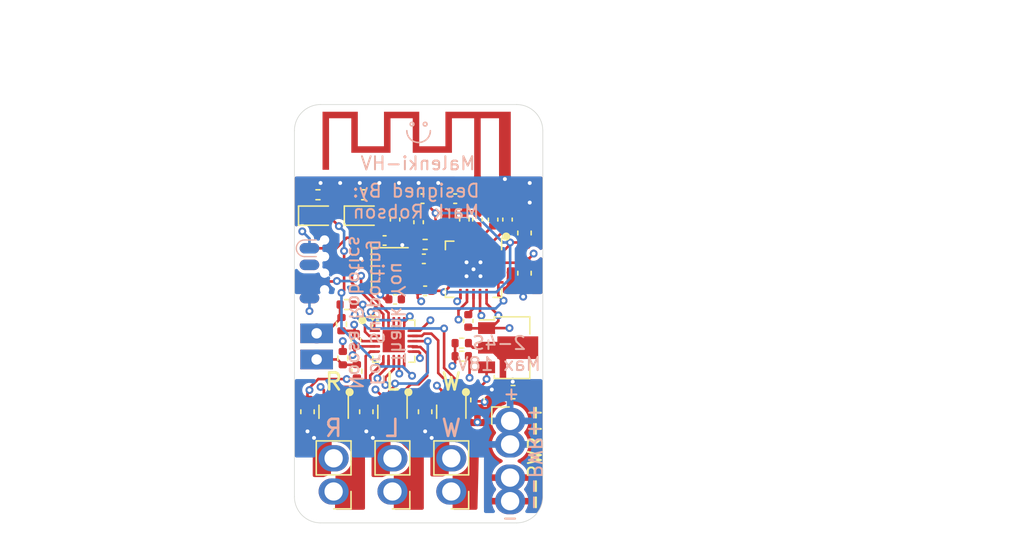
<source format=kicad_pcb>
(kicad_pcb (version 20241229) (generator "pcbnew") (generator_version "9.0")
  (title_block (title "Malenki-HV") (date "2022-12-09"))
  (layers (0 "F.Cu" signal) (4 "In1.Cu" signal) (6 "In2.Cu" signal) (2 "B.Cu" signal) (13 "F.Paste" user) (15 "B.Paste" user) (5 "F.SilkS" user "F.Silkscreen") (7 "B.SilkS" user "B.Silkscreen") (1 "F.Mask" user) (3 "B.Mask" user) (25 "Edge.Cuts" user))
  (net 0 "")
  (net 1 "GND")
  (net 2 "/radio/ANT")
  (net 3 "VBAT")
  (net 4 "/radio/IMPMATCH")
  (net 5 "/radio/RFI")
  (net 6 "/radio/RFO")
  (net 7 "/radio/REGOA")
  (net 8 "/radio/VDA2")
  (net 9 "Net-(U1-XO)")
  (net 10 "Net-(U1-XI)")
  (net 11 "Net-(U1-RSSI)")
  (net 12 "Net-(U1-BPBG)")
  (net 13 "Net-(U1-VT)")
  (net 14 "Net-(C19-Pad1)")
  (net 15 "VLOGIC")
  (net 16 "Net-(U1-VDD_D)")
  (net 17 "TXDEBUG")
  (net 18 "Net-(D1-K)")
  (net 19 "UPDI")
  (net 20 "Net-(D2-K)")
  (net 23 "WEAPON2")
  (net 24 "WEAPON3")
  (net 25 "/motor_driver_1_weapon/MOUT1")
  (net 26 "/motor_driver_1_weapon/MOUT2")
  (net 27 "/motor_driver_2_left/MOUT1")
  (net 28 "/motor_driver_2_left/MOUT2")
  (net 29 "/motor_driver_3_right/MOUT1")
  (net 30 "/motor_driver_3_right/MOUT2")
  (net 33 "VSENSE")
  (net 35 "/W2")
  (net 36 "GIO1")
  (net 37 "SPI_SDIO")
  (net 38 "SPI_SCK")
  (net 39 "SPI_SCS")
  (net 41 "MOTOR1R")
  (net 42 "MOTOR2R")
  (net 43 "MOTOR2F")
  (net 44 "BLINKY")
  (net 45 "MOTOR3F")
  (net 46 "MOTOR3R")
  (net 47 "MOTOR1F")
  (net 48 "/W3")
  (footprint "Capacitor_SMD:C_0603_1608Metric" (layer "F.Cu") (at 98 73 90)
    (property "Reference" "C1" (hide yes))
    (property "Value" "10uF 25V" (hide yes))
  )
  (footprint "Resistor_SMD:R_0402_1005Metric" (layer "F.Cu") (at 100.8 68.75)
    (property "Reference" "R4" (hide yes))
    (property "Value" "10kΩ")
  )
  (footprint "Capacitor_SMD:C_0402_1005Metric" (layer "F.Cu") (at 95.7 64.4 180)
    (property "Reference" "C14" (hide yes))
    (property "Value" "10pF")
  )
  (footprint "Resistor_SMD:R_0402_1005Metric" (layer "F.Cu") (at 93.3 56.4)
    (property "Reference" "R2" (hide yes))
    (property "Value" "1kΩ")
  )
  (footprint "Package_DFN_QFN:VQFN-20-1EP_3x3mm_P0.4mm_EP1.7x1.7mm" (layer "F.Cu") (at 95.6 67.6)
    (property "Reference" "U3" (hide yes))
    (property "Value" "ATTiny1616-MNR")
  )
  (footprint "Capacitor_SMD:C_0402_1005Metric" (layer "F.Cu") (at 94.9 59.9)
    (property "Reference" "C15" (hide yes))
    (property "Value" "10pF")
  )
  (footprint "malenki-nano:wirepad_2" (layer "F.Cu") (at 89.7 68 -90)
    (property "Reference" "J3" (hide yes))
    (property "Value" "Conn_01x02" (hide yes))
  )
  (footprint "Inductor_SMD:L_0402_1005Metric" (layer "F.Cu") (at 99.3 58.9 180)
    (property "Reference" "L3" (hide yes))
    (property "Value" "4.7nH")
  )
  (footprint "LED_SMD:LED_0603_1608Metric" (layer "F.Cu") (at 93.3 58)
    (property "Reference" "D2" (hide yes))
    (property "Value" "LED Red")
  )
  (footprint "Capacitor_SMD:C_0402_1005Metric" (layer "F.Cu") (at 92.7 67.5 90)
    (property "Reference" "C4" (hide yes))
    (property "Value" "100nF")
  )
  (footprint "Capacitor_SMD:C_0402_1005Metric" (layer "F.Cu") (at 103.2 58.3 90)
    (property "Reference" "C17" (hide yes))
    (property "Value" "100nF")
  )
  (footprint "Inductor_SMD:L_0402_1005Metric" (layer "F.Cu") (at 103.7 56.7)
    (property "Reference" "L2" (hide yes))
    (property "Value" "4.7nH")
  )
  (footprint "malenki-nano:malenkipower" (layer "F.Cu") (at 104.5 75.5)
    (property "Reference" "J1" (hide yes))
    (property "Value" "Conn_01x02_Male-Connector")
  )
  (footprint "Capacitor_SMD:C_0603_1608Metric" (layer "F.Cu") (at 93.5 73 90)
    (property "Reference" "C5" (hide yes))
    (property "Value" "10uF 25V" (hide yes))
  )
  (footprint "Resistor_SMD:R_0402_1005Metric" (layer "F.Cu") (at 92 64.8)
    (property "Reference" "R6" (hide yes))
    (property "Value" "470Ω")
  )
  (footprint "Capacitor_SMD:C_0402_1005Metric" (layer "F.Cu") (at 101 58.3 -90)
    (property "Reference" "C11" (hide yes))
    (property "Value" "10pF")
  )
  (footprint "Capacitor_SMD:C_0402_1005Metric" (layer "F.Cu") (at 104.3 58.3 90)
    (property "Reference" "C16" (hide yes))
    (property "Value" "100nF")
  )
  (footprint "Resistor_SMD:R_0402_1005Metric" (layer "F.Cu") (at 91.6 66.3 -90)
    (property "Reference" "R8" (hide yes))
    (property "Value" "10kΩ")
  )
  (footprint "Inductor_SMD:L_0402_1005Metric" (layer "F.Cu") (at 101.4 55.7 180)
    (property "Reference" "L1" (hide yes))
    (property "Value" "2.7 nH")
  )
  (footprint "malenki-nano:PinHeader_1x02_P2.54mm_BIG1" (layer "F.Cu") (at 100 79.1 180)
    (property "Reference" "J4" (hide yes))
    (property "Value" "Conn_01x02_Male-Connector" (hide yes))
  )
  (footprint "Capacitor_SMD:C_0402_1005Metric" (layer "F.Cu") (at 98 63.75 180)
    (property "Reference" "C22" (hide yes))
    (property "Value" "100nF")
  )
  (footprint "Capacitor_SMD:C_0402_1005Metric" (layer "F.Cu") (at 97.5 58.5 90)
    (property "Reference" "C13" (hide yes))
    (property "Value" "100nF")
  )
  (footprint "Capacitor_SMD:C_0603_1608Metric" (layer "F.Cu") (at 102 72.1 -90)
    (property "Reference" "C3" (hide yes))
    (property "Value" "10uF 25V" (hide yes))
  )
  (footprint "Capacitor_SMD:C_0603_1608Metric" (layer "F.Cu") (at 89 73 90)
    (property "Reference" "C6" (hide yes))
    (property "Value" "10uF 25V" (hide yes))
  )
  (footprint "Resistor_SMD:R_0402_1005Metric" (layer "F.Cu") (at 92.775 69.9 -90)
    (property "Reference" "R7" (hide yes))
    (property "Value" "10kΩ")
  )
  (footprint "Package_SON:WSON-8-1EP_2x2mm_P0.5mm_EP0.9x1.6mm" (layer "F.Cu") (at 100 73 -90)
    (property "Reference" "U4" (hide yes))
    (property "Value" "DRV8231DSGR")
  )
  (footprint "Capacitor_SMD:C_0603_1608Metric" (layer "F.Cu") (at 104.725 71.5)
    (property "Reference" "C2" (hide yes))
    (property "Value" "10uF 25V" (hide yes))
  )
  (footprint "malenki-nano:malenki_antenna" (layer "F.Cu") (at 102 55.2)
    (property "Reference" "AE1" (hide yes))
    (property "Value" "~" (hide yes))
  )
  (footprint "Capacitor_SMD:C_0603_1608Metric" (layer "F.Cu") (at 105.6 59.325 90)
    (property "Reference" "C20" (hide yes))
    (property "Value" "2.2uF" (hide yes))
  )
  (footprint "Capacitor_SMD:C_0402_1005Metric" (layer "F.Cu") (at 97.8 56.7 180)
    (property "Reference" "C12" (hide yes))
    (property "Value" "100nF")
  )
  (footprint "Capacitor_SMD:C_0402_1005Metric" (layer "F.Cu") (at 101.3 66.05 -90)
    (property "Reference" "C23" (hide yes))
    (property "Value" "100nF")
  )
  (footprint "Resistor_SMD:R_0402_1005Metric" (layer "F.Cu") (at 98 60.2)
    (property "Reference" "R25" (hide yes))
    (property "Value" "200Ω")
  )
  (footprint "Capacitor_SMD:C_0603_1608Metric" (layer "F.Cu") (at 105.6 62.4 -90)
    (property "Reference" "C21" (hide yes))
    (property "Value" "2.2uF" (hide yes))
  )
  (footprint "Resistor_SMD:R_0402_1005Metric" (layer "F.Cu") (at 91.7 68.9 90)
    (property "Reference" "R5" (hide yes))
    (property "Value" "470Ω")
  )
  (footprint "Capacitor_SMD:C_0402_1005Metric" (layer "F.Cu") (at 102 58.3 -90)
    (property "Reference" "C10" (hide yes))
    (property "Value" "22pF")
  )
  (footprint "Capacitor_SMD:C_0402_1005Metric" (layer "F.Cu") (at 97.9 61.3)
    (property "Reference" "C18" (hide yes))
    (property "Value" "560pF")
  )
  (footprint "Package_SON:WSON-8-1EP_2x2mm_P0.5mm_EP0.9x1.6mm" (layer "F.Cu") (at 95.5 73 -90)
    (property "Reference" "U5" (hide yes))
    (property "Value" "DRV8231DSGR")
  )
  (footprint "Capacitor_SMD:C_0402_1005Metric" (layer "F.Cu") (at 100.3 56.7 180)
    (property "Reference" "C9" (hide yes))
    (property "Value" "1pF")
  )
  (footprint "Resistor_SMD:R_0402_1005Metric" (layer "F.Cu") (at 100.8 67.75 180)
    (property "Reference" "R3" (hide yes))
    (property "Value" "100kΩ")
  )
  (footprint "Resistor_SMD:R_0402_1005Metric" (layer "F.Cu") (at 89.8 56.4)
    (property "Reference" "R1" (hide yes))
    (property "Value" "470Ω")
  )
  (footprint "malenki-nano:PinHeader_1x02_P2.54mm_BIG1" (layer "F.Cu") (at 91 79.1 180)
    (property "Reference" "J6" (hide yes))
    (property "Value" "Conn_01x02_Male-Connector" (hide yes))
  )
  (footprint "Capacitor_SMD:C_0402_1005Metric" (layer "F.Cu") (at 95.7 58.3 90)
    (property "Reference" "C19" (hide yes))
    (property "Value" "10nF")
  )
  (footprint "Crystal:Crystal_SMD_2520-4Pin_2.5x2.0mm" (layer "F.Cu") (at 95.3 62.1 -90)
    (property "Reference" "Y1" (hide yes))
    (property "Value" "16mhz Seiko Epson Q24FA20H0051200" (hide yes))
  )
  (footprint "Package_TO_SOT_SMD:SOT-89-3" (layer "F.Cu") (at 104.35 68.1)
    (property "Reference" "U2" (hide yes))
    (property "Value" "300mA Fixed 3.3V Positive 24V SOT-89 Voltage Regulators - Linear, Low Drop Out (LDO) Regulators")
  )
  (footprint "malenki-nano:PinHeader_1x02_P2.54mm_BIG1" (layer "F.Cu") (at 95.5 79.1 180)
    (property "Reference" "J5" (hide yes))
    (property "Value" "Conn_01x02_Male-Connector" (hide yes))
  )
  (footprint "Package_SON:WSON-8-1EP_2x2mm_P0.5mm_EP0.9x1.6mm" (layer "F.Cu") (at 91 73 -90)
    (property "Reference" "U6" (hide yes))
    (property "Value" "DRV8231DSGR")
  )
  (footprint "LED_SMD:LED_0603_1608Metric" (layer "F.Cu") (at 89.8 58)
    (property "Reference" "D1" (hide yes))
    (property "Value" "LED Blue")
  )
  (footprint "malenki-nano:a7105-QFN-20" (layer "F.Cu") (at 101.7 62.1 -90)
    (property "Reference" "U1" (hide yes))
    (property "Value" "A7105" (hide yes))
  )
  (footprint "malenki-nano:SOIC_clipProgSmall" (layer "B.Cu") (at 88.4 62.4 90)
    (property "Reference" "J2" (hide yes))
    (property "Value" "Conn_01x08_Male" (hide yes))
  )
  (gr_circle (center 101.12 71.5) (end 101.37 71.5) (stroke (width 0.12)) (fill yes) (layer "F.SilkS"))
  (gr_circle (center 93.2 66) (end 93.45 66) (stroke (width 0.12)) (fill yes) (layer "F.SilkS"))
  (gr_circle (center 96.72 71.5) (end 96.97 71.5) (stroke (width 0.12)) (fill yes) (layer "F.SilkS"))
  (gr_circle (center 92.22 71.5) (end 92.47 71.5) (stroke (width 0.12)) (fill yes) (layer "F.SilkS"))
  (gr_circle (center 104.2 59.6) (end 104.45 59.6) (stroke (width 0.12)) (fill yes) (layer "F.SilkS"))
  (gr_circle (center 97 51) (end 97.1 51.1) (stroke (width 0.12)) (fill no) (layer "B.SilkS"))
  (gr_circle (center 98 51) (end 98.1 51.1) (stroke (width 0.12)) (fill no) (layer "B.SilkS"))
  (gr_arc (start 98.4 51.5) (mid 97.5 52.4) (end 96.6 51.5) (stroke (width 0.12)) (layer "B.SilkS"))
  (gr_arc (start 88 51.5) (mid 88.585786 50.085786) (end 90 49.5) (stroke (width 0.05)) (layer "Edge.Cuts"))
  (gr_line (start 90 49.5) (end 105 49.5) (stroke (width 0.05)) (layer "Edge.Cuts"))
  (gr_arc (start 90 81.5) (mid 88.585786 80.914214) (end 88 79.5) (stroke (width 0.05)) (layer "Edge.Cuts"))
  (gr_line (start 88 79.5) (end 88 51.5) (stroke (width 0.05)) (layer "Edge.Cuts"))
  (gr_line (start 105 81.5) (end 90 81.5) (stroke (width 0.05)) (layer "Edge.Cuts"))
  (gr_arc (start 107 79.5) (mid 106.414214 80.914214) (end 105 81.5) (stroke (width 0.05)) (layer "Edge.Cuts"))
  (gr_line (start 107 51.5) (end 107 79.5) (stroke (width 0.05)) (layer "Edge.Cuts"))
  (gr_arc (start 105 49.5) (mid 106.414214 50.085786) (end 107 51.5) (stroke (width 0.05)) (layer "Edge.Cuts"))
  (gr_text "-" (at 104.5 81.1 0) (layer "F.SilkS") (effects (font (size 1 1))))
  (gr_text "R" (at 91 70.7 0) (layer "F.SilkS") (effects (font (size 1.3 1.3) (thickness 0.2))))
  (gr_text "W" (at 100 70.7 0) (layer "F.SilkS") (effects (font (size 1.3 1.3) (thickness 0.2))))
  (gr_text "L" (at 95.5 70.7 0) (layer "F.SilkS") (effects (font (size 1.3 1.3) (thickness 0.2))))
  (gr_text "--PWR++" (at 106.4 76.5 90) (layer "F.SilkS") (effects (font (size 1 1))))
  (gr_text "Malenki-HV" (at 97.45 54 0) (layer "B.SilkS") (effects (font (size 1 1)) (justify mirror)))
  (gr_text "2-4S\nMax 18V" (at 103.65 68.55 0) (layer "B.SilkS") (effects (font (size 1 1)) (justify mirror)))
  (gr_text "Designed By:\nMark Robson" (at 97.3 56.9 0) (layer "B.SilkS") (effects (font (size 1 1)) (justify mirror)))
  (gr_text "-" (at 104.5 81.1 0) (layer "B.SilkS") (effects (font (size 1 1)) (justify mirror)))
  (gr_text "Thank You\nFor Supporting\nNoosa Robotics" (at 94.3 65.4 270) (layer "B.SilkS") (effects (font (size 1 1)) (justify mirror)))
  (gr_text "+" (at 104.6 71.6 0) (layer "B.SilkS") (effects (font (size 1 1)) (justify mirror)))
  (gr_text "--PWR++" (at 106.4 76.5 270) (layer "B.SilkS") (effects (font (size 1 1)) (justify mirror)))
  (gr_text "L" (at 95.5 74.25 0) (layer "B.SilkS") (effects (font (size 1.3 1.3) (thickness 0.2)) (justify mirror)))
  (gr_text "R" (at 91 74.25 0) (layer "B.SilkS") (effects (font (size 1.3 1.3) (thickness 0.2)) (justify mirror)))
  (gr_text "W" (at 100 74.25 0) (layer "B.SilkS") (effects (font (size 1.3 1.3) (thickness 0.2)) (justify mirror)))
  (segment (start 96.251784 60.248216) (end 96.251784 60.973216) (width 0.2) (layer "F.Cu") (net 1))
  (segment (start 95.903568 59.9) (end 96.251784 60.248216) (width 0.2) (layer "F.Cu") (net 1))
  (segment (start 98 72.225) (end 98.775 73) (width 0.5) (layer "F.Cu") (net 1))
  (segment (start 97.4325 64.2825) (end 97.7 64.55) (width 0.2) (layer "F.Cu") (net 1))
  (segment (start 100.625 72.375) (end 100.625 72.55) (width 0.2) (layer "F.Cu") (net 1))
  (segment (start 102.7 64.725) (end 102.7 64) (width 0.2) (layer "F.Cu") (net 1))
  (segment (start 93.325 72.05) (end 93.5 72.225) (width 0.2) (layer "F.Cu") (net 1))
  (segment (start 89.822182 70.5) (end 89.15001 71.172172) (width 0.2) (layer "F.Cu") (net 1))
  (segment (start 103.6 65.625) (end 103.6 66.05) (width 0.2) (layer "F.Cu") (net 1))
  (segment (start 96.25 72.425) (end 95.675 73) (width 0.2) (layer "F.Cu") (net 1))
  (segment (start 102.5 72.2) (end 100.9 72.2) (width 0.2) (layer "F.Cu") (net 1))
  (segment (start 101.875 73) (end 102 72.875) (width 0.2) (layer "F.Cu") (net 1))
  (segment (start 92.6 67.02) (end 92.6 66.366251) (width 0.2) (layer "F.Cu") (net 1))
  (segment (start 100.625 72.55) (end 100.175 73) (width 0.2) (layer "F.Cu") (net 1))
  (segment (start 93.5 72.225) (end 94.275 73) (width 0.5) (layer "F.Cu") (net 1))
  (segment (start 97.4325 63.75) (end 97.4325 64.2825) (width 0.2) (layer "F.Cu") (net 1))
  (segment (start 95.75 73.25) (end 95.5 73) (width 0.2) (layer "F.Cu") (net 1))
  (segment (start 96.251784 60.973216) (end 96 61.225) (width 0.2) (layer "F.Cu") (net 1))
  (segment (start 95.75 73.95) (end 95.75 73.25) (width 0.2) (layer "F.Cu") (net 1))
  (segment (start 103.0325 66.6175) (end 101.3 66.6175) (width 0.2) (layer "F.Cu") (net 1))
  (segment (start 91.175 73) (end 91 73) (width 0.2) (layer "F.Cu") (net 1))
  (segment (start 93.8 62.6) (end 94.175 62.975) (width 0.2) (layer "F.Cu") (net 1))
  (segment (start 91.75 72.425) (end 91.175 73) (width 0.2) (layer "F.Cu") (net 1))
  (segment (start 101.4 68.84) (end 101.31 68.75) (width 0.2) (layer "F.Cu") (net 1))
  (segment (start 100.25 73.95) (end 100.25 73.25) (width 0.2) (layer "F.Cu") (net 1))
  (segment (start 91.75 72.05) (end 91.75 72.425) (width 0.2) (layer "F.Cu") (net 1))
  (segment (start 91.25 73.25) (end 91.25 73.95) (width 0.2) (layer "F.Cu") (net 1))
  (segment (start 95.1325 64.4) (end 95.1325 63.5075) (width 0.2) (layer "F.Cu") (net 1))
  (segment (start 97.225 73) (end 98 72.225) (width 0.5) (layer "F.Cu") (net 1))
  (segment (start 89 71.490018) (end 89.15001 71.340008) (width 0.2) (layer "F.Cu") (net 1))
  (segment (start 94.15 67.6) (end 93.18 67.6) (width 0.2) (layer "F.Cu") (net 1))
  (segment (start 89 72.225) (end 89 71.490018) (width 0.2) (layer "F.Cu") (net 1))
  (segment (start 89 72.225) (end 89.775 73) (width 0.5) (layer "F.Cu") (net 1))
  (segment (start 91 73) (end 91.25 73.25) (width 0.2) (layer "F.Cu") (net 1))
  (segment (start 105.6 64.1) (end 105.5 64.2) (width 0.2) (layer "F.Cu") (net 1))
  (segment (start 102.7 66.6) (end 104.45 66.6) (width 0.2) (layer "F.Cu") (net 1))
  (segment (start 94.275 73) (end 95.5 73) (width 0.2) (layer "F.Cu") (net 1))
  (segment (start 91.75 72.05) (end 93.325 72.05) (width 0.2) (layer "F.Cu") (net 1))
  (segment (start 89.775 73) (end 91 73) (width 0.2) (layer "F.Cu") (net 1))
  (segment (start 92.6 66.366251) (end 92.571639 66.33789) (width 0.2) (layer "F.Cu") (net 1))
  (segment (start 95.1325 63.5075) (end 94.6 62.975) (width 0.2) (layer "F.Cu") (net 1))
  (segment (start 91.6 66.81) (end 92.5775 66.81) (width 0.2) (layer "F.Cu") (net 1))
  (segment (start 95.4675 59.9) (end 95.903568 59.9) (width 0.2) (layer "F.Cu") (net 1))
  (segment (start 102 72.875) (end 102 72.8) (width 0.2) (layer "F.Cu") (net 1))
  (segment (start 103.6 66.05) (end 103.0325 66.6175) (width 0.2) (layer "F.Cu") (net 1))
  (segment (start 93.1 61.3) (end 93.8 62) (width 0.2) (layer "F.Cu") (net 1))
  (segment (start 92 70.5) (end 89.822182 70.5) (width 0.2) (layer "F.Cu") (net 1))
  (segment (start 95.5 73) (end 97.225 73) (width 0.2) (layer "F.Cu") (net 1))
  (segment (start 94.175 62.975) (end 94.6 62.975) (width 0.2) (layer "F.Cu") (net 1))
  (segment (start 101.4 70.4) (end 101.4 68.84) (width 0.2) (layer "F.Cu") (net 1))
  (segment (start 100.75 72.25) (end 100.625 72.375) (width 0.2) (layer "F.Cu") (net 1))
  (segment (start 92.725 73) (end 93.5 72.225) (width 0.5) (layer "F.Cu") (net 1))
  (segment (start 102 72.8) (end 102.55 72.25) (width 0.2) (layer "F.Cu") (net 1))
  (segment (start 96.25 72.05) (end 96.25 72.425) (width 0.2) (layer "F.Cu") (net 1))
  (segment (start 98.775 73) (end 100 73) (width 0.2) (layer "F.Cu") (net 1))
  (segment (start 100.75 72.05) (end 100.75 72.25) (width 0.2) (layer "F.Cu") (net 1))
  (segment (start 100.25 73.25) (end 100 73) (width 0.2) (layer "F.Cu") (net 1))
  (segment (start 100.175 73) (end 100 73) (width 0.2) (layer "F.Cu") (net 1))
  (segment (start 100.9 72.2) (end 100.75 72.05) (width 0.2) (layer "F.Cu") (net 1))
  (segment (start 93.8 62) (end 93.8 62.6) (width 0.2) (layer "F.Cu") (net 1))
  (segment (start 96.25 72.05) (end 97.825 72.05) (width 0.2) (layer "F.Cu") (net 1))
  (segment (start 105.6 63.175) (end 105.6 64.1) (width 0.2) (layer "F.Cu") (net 1))
  (segment (start 101.133334 61.6) (end 101.166667 61.566667) (width 0.2) (layer "F.Cu") (net 1))
  (segment (start 95.675 73) (end 95.5 73) (width 0.2) (layer "F.Cu") (net 1))
  (segment (start 94.935552 64.4) (end 94.567776 64.032224) (width 0.2) (layer "F.Cu") (net 1))
  (segment (start 94.15 67.6) (end 95.6 67.6) (width 0.2) (layer "F.Cu") (net 1))
  (segment (start 100 73) (end 101.875 73) (width 0.2) (layer "F.Cu") (net 1))
  (segment (start 96.251784 60.248216) (end 97.303568 61.3) (width 0.2) (layer "F.Cu") (net 1))
  (segment (start 97.303568 61.3) (end 97.3325 61.3) (width 0.2) (layer "F.Cu") (net 1))
  (segment (start 97.825 72.05) (end 98 72.225) (width 0.2) (layer "F.Cu") (net 1))
  (segment (start 92.775 70.41) (end 92.685 70.5) (width 0.2) (layer "F.Cu") (net 1))
  (segment (start 103.6 65.625) (end 102.7 64.725) (width 0.2) (layer "F.Cu") (net 1))
  (segment (start 102.55 72.25) (end 102.5 72.2) (width 0.2) (layer "F.Cu") (net 1))
  (segment (start 93.18 67.6) (end 92.6 67.02) (width 0.2) (layer "F.Cu") (net 1))
  (segment (start 95.1325 64.4) (end 94.935552 64.4) (width 0.2) (layer "F.Cu") (net 1))
  (segment (start 89.15001 71.172172) (end 89.15001 71.340008) (width 0.2) (layer "F.Cu") (net 1))
  (segment (start 92.685 70.5) (end 92 70.5) (width 0.2) (layer "F.Cu") (net 1))
  (segment (start 99.8 61.6) (end 101.133334 61.6) (width 0.2) (layer "F.Cu") (net 1))
  (segment (start 92.5775 66.81) (end 92.7 66.9325) (width 0.2) (layer "F.Cu") (net 1))
  (segment (start 91 73) (end 92.725 73) (width 0.2) (layer "F.Cu") (net 1))
  (via (at 89.15001 71.340008) (size 0.6) (drill 0.3) (layers "F.Cu" "B.Cu") (net 1))
  (via (at 102 73.8) (size 0.6) (drill 0.3) (layers "F.Cu" "B.Cu") (net 1))
  (via (at 92.571639 66.33789) (size 0.6) (drill 0.3) (layers "F.Cu" "B.Cu") (net 1))
  (via (at 106 55.5) (size 0.6) (drill 0.3) (layers "F.Cu" "B.Cu") (net 1))
  (via (at 97.5 55.5) (size 0.6) (drill 0.3) (layers "F.Cu" "B.Cu") (net 1))
  (via (at 96 55.5) (size 0.6) (drill 0.3) (layers "F.Cu" "B.Cu") (net 1))
  (via (at 104.45 66.6) (size 0.6) (drill 0.3) (layers "F.Cu" "B.Cu") (net 1))
  (via (at 90 55.5) (size 0.6) (drill 0.3) (layers "F.Cu" "B.Cu") (net 1))
  (via (at 97.7 64.55) (size 0.6) (drill 0.3) (layers "F.Cu" "B.Cu") (net 1))
  (via (at 106 57) (size 0.6) (drill 0.3) (layers "F.Cu" "B.Cu") (net 1))
  (via (at 93.1 61.3) (size 0.6) (drill 0.3) (layers "F.Cu" "B.Cu") (net 1))
  (via (at 89.1495 65.3) (size 0.6) (drill 0.3) (layers "F.Cu" "B.Cu") (net 1))
  (via (at 94.567776 64.032224) (size 0.6) (drill 0.3) (layers "F.Cu" "B.Cu") (net 1))
  (via (at 102.55 72.25) (size 0.6) (drill 0.3) (layers "F.Cu" "B.Cu") (net 1))
  (via (at 92 70.5) (size 0.6) (drill 0.3) (layers "F.Cu" "B.Cu") (net 1))
  (via (at 99 55.5) (size 0.6) (drill 0.3) (layers "F.Cu" "B.Cu") (net 1))
  (via (at 91.5 55.5) (size 0.6) (drill 0.3) (layers "F.Cu" "B.Cu") (net 1))
  (via (at 105.5 64.2) (size 0.6) (drill 0.3) (layers "F.Cu" "B.Cu") (net 1))
  (via (at 96.251784 60.248216) (size 0.6) (drill 0.3) (layers "F.Cu" "B.Cu") (net 1))
  (via (at 101.4 70.4) (size 0.6) (drill 0.3) (layers "F.Cu" "B.Cu") (net 1))
  (via (at 103.6 65.625) (size 0.6) (drill 0.3) (layers "F.Cu" "B.Cu") (net 1))
  (via (at 93 55.5) (size 0.6) (drill 0.3) (layers "F.Cu" "B.Cu") (net 1))
  (via (at 94.5 55.5) (size 0.6) (drill 0.3) (layers "F.Cu" "B.Cu") (net 1))
  (segment (start 89.15 63.035) (end 89.15 64.305) (width 0.2) (layer "B.Cu") (net 1))
  (segment (start 89.1495 65.3) (end 89.15 65.2995) (width 0.2) (layer "B.Cu") (net 1))
  (segment (start 89.15 65.2995) (end 89.15 64.305) (width 0.2) (layer "B.Cu") (net 1))
  (segment (start 102 55.6725) (end 102 55) (width 0.5) (layer "F.Cu") (net 2))
  (segment (start 93.5 73.775) (end 93.5 74.5) (width 0.2) (layer "F.Cu") (net 3))
  (segment (start 99.25 74.25) (end 98.5 75) (width 0.2) (layer "F.Cu") (net 3))
  (segment (start 94.75 74.25) (end 94 75) (width 0.2) (layer "F.Cu") (net 3))
  (segment (start 102.7875 68.1) (end 101.66 68.1) (width 0.2) (layer "F.Cu") (net 3))
  (segment (start 90.25 73.95) (end 90.25 74.25) (width 0.2) (layer "F.Cu") (net 3))
  (segment (start 103.95 68.95) (end 103.1 68.1) (width 0.5) (layer "F.Cu") (net 3))
  (segment (start 89 73.775) (end 90.075 73.775) (width 0.2) (layer "F.Cu") (net 3))
  (segment (start 103.95 71.5) (end 103.95 68.95) (width 0.5) (layer "F.Cu") (net 3))
  (segment (start 99.075 73.775) (end 99.25 73.95) (width 0.2) (layer "F.Cu") (net 3))
  (segment (start 101.66 68.1) (end 101.31 67.75) (width 0.2) (layer "F.Cu") (net 3))
  (segment (start 103.3 71.5) (end 103.1 71.3) (width 0.2) (layer "F.Cu") (net 3))
  (segment (start 104.7 70.7) (end 104.7 70.75) (width 0.2) (layer "F.Cu") (net 3))
  (segment (start 99.25 73.95) (end 99.25 74.25) (width 0.2) (layer "F.Cu") (net 3))
  (segment (start 103.95 71.5) (end 103.3 71.5) (width 0.2) (layer "F.Cu") (net 3))
  (segment (start 93.5 73.775) (end 94.575 73.775) (width 0.2) (layer "F.Cu") (net 3))
  (segment (start 89 73.775) (end 89 74.5) (width 0.2) (layer "F.Cu") (net 3))
  (segment (start 94.575 73.775) (end 94.75 73.95) (width 0.2) (layer "F.Cu") (net 3))
  (segment (start 104.7 70.75) (end 103.95 71.5) (width 0.2) (layer "F.Cu") (net 3))
  (segment (start 90.25 74.25) (end 89.5 75) (width 0.2) (layer "F.Cu") (net 3))
  (segment (start 94.75 73.95) (end 94.75 74.25) (width 0.2) (layer "F.Cu") (net 3))
  (segment (start 90.075 73.775) (end 90.25 73.95) (width 0.2) (layer "F.Cu") (net 3))
  (segment (start 98 73.775) (end 98 74.5) (width 0.2) (layer "F.Cu") (net 3))
  (segment (start 98 73.775) (end 99.075 73.775) (width 0.2) (layer "F.Cu") (net 3))
  (segment (start 103.1 68.1) (end 102.7875 68.1) (width 0.5) (layer "F.Cu") (net 3))
  (via (at 94 75) (size 0.6) (drill 0.3) (layers "F.Cu" "B.Cu") (net 3))
  (via (at 104.7 70.7) (size 0.6) (drill 0.3) (layers "F.Cu" "B.Cu") (net 3))
  (via (at 89.5 75) (size 0.6) (drill 0.3) (layers "F.Cu" "B.Cu") (net 3))
  (via (at 89 74.5) (size 0.6) (drill 0.3) (layers "F.Cu" "B.Cu") (net 3))
  (via (at 98.5 75) (size 0.6) (drill 0.3) (layers "F.Cu" "B.Cu") (net 3))
  (via (at 93.5 74.5) (size 0.6) (drill 0.3) (layers "F.Cu" "B.Cu") (net 3))
  (via (at 98 74.5) (size 0.6) (drill 0.3) (layers "F.Cu" "B.Cu") (net 3))
  (via (at 88.6 59.2) (size 0.6) (drill 0.3) (layers "F.Cu" "B.Cu") (net 3))
  (via (at 103.1 71.3) (size 0.6) (drill 0.3) (layers "F.Cu" "B.Cu") (net 3))
  (segment (start 89.15 60.495) (end 89.15 59.75) (width 0.2) (layer "B.Cu") (net 3))
  (segment (start 89.15 59.75) (end 88.6 59.2) (width 0.2) (layer "B.Cu") (net 3))
  (segment (start 100.8675 56.7) (end 100.8675 55.74) (width 0.35) (layer "F.Cu") (net 4))
  (segment (start 103.0325 56.7) (end 102 57.7325) (width 0.35) (layer "F.Cu") (net 4))
  (segment (start 101 57.7325) (end 101 56.8325) (width 0.35) (layer "F.Cu") (net 4))
  (segment (start 103.1275 56.7) (end 103.0325 56.7) (width 0.35) (layer "F.Cu") (net 4))
  (segment (start 101 56.8325) (end 100.8675 56.7) (width 0.35) (layer "F.Cu") (net 4))
  (segment (start 102 57.7325) (end 101 57.7325) (width 0.35) (layer "F.Cu") (net 4))
  (segment (start 100.8675 55.74) (end 100.8275 55.7) (width 0.35) (layer "F.Cu") (net 4))
  (segment (start 101.7 59.1675) (end 102 58.8675) (width 0.3) (layer "F.Cu") (net 5))
  (segment (start 101.7 60.2) (end 101.7 59.1675) (width 0.3) (layer "F.Cu") (net 5))
  (segment (start 101.2 60.2) (end 101.2 59.0675) (width 0.3) (layer "F.Cu") (net 6))
  (segment (start 99.8725 58.9) (end 100.9675 58.9) (width 0.35) (layer "F.Cu") (net 6))
  (segment (start 101.2 59.0675) (end 101 58.8675) (width 0.3) (layer "F.Cu") (net 6))
  (segment (start 100.9675 58.9) (end 101 58.8675) (width 0.35) (layer "F.Cu") (net 6))
  (segment (start 105.55 60.05) (end 105.6 60.1) (width 0.2) (layer "F.Cu") (net 7))
  (segment (start 98.5675 63.75) (end 99.35 63.75) (width 0.2) (layer "F.Cu") (net 7))
  (segment (start 99.8 63.5) (end 99.8 63.1) (width 0.2) (layer "F.Cu") (net 7))
  (segment (start 98.8 57.8) (end 98.8 58.8275) (width 0.2) (layer "F.Cu") (net 7))
  (segment (start 99.35 63.75) (end 99.45 63.85) (width 0.2) (layer "F.Cu") (net 7))
  (segment (start 104.5 60.05) (end 104.5 60.2) (width 0.2) (layer "F.Cu") (net 7))
  (segment (start 104.5 60.2) (end 103.6 61.1) (width 0.2) (layer "F.Cu") (net 7))
  (segment (start 98.8 58.8275) (end 98.7275 58.9) (width 0.2) (layer "F.Cu") (net 7))
  (segment (start 104.5 60.05) (end 105.55 60.05) (width 0.2) (layer "F.Cu") (net 7))
  (segment (start 98.3675 57.3675) (end 98.8 57.8) (width 0.2) (layer "F.Cu") (net 7))
  (segment (start 98.3675 56.7) (end 98.3675 57.3675) (width 0.2) (layer "F.Cu") (net 7))
  (segment (start 99.45 63.85) (end 99.8 63.5) (width 0.2) (layer "F.Cu") (net 7))
  (via (at 104.5 60.05) (size 0.6) (drill 0.3) (layers "F.Cu" "B.Cu") (net 7))
  (via (at 98.8 57.8) (size 0.6) (drill 0.3) (layers "F.Cu" "B.Cu") (net 7))
  (via (at 99.45 63.85) (size 0.6) (drill 0.3) (layers "F.Cu" "B.Cu") (net 7))
  (segment (start 101.7 57.8) (end 98.8 57.8) (width 0.2) (layer "B.Cu") (net 7))
  (segment (start 104.5 62.8) (end 103.45 63.85) (width 0.2) (layer "B.Cu") (net 7))
  (segment (start 103.95 60.05) (end 101.7 57.8) (width 0.2) (layer "B.Cu") (net 7))
  (segment (start 104.5 60.05) (end 103.95 60.05) (width 0.2) (layer "B.Cu") (net 7))
  (segment (start 103.45 63.85) (end 99.45 63.85) (width 0.2) (layer "B.Cu") (net 7))
  (segment (start 104.5 60.05) (end 104.5 62.8) (width 0.2) (layer "B.Cu") (net 7))
  (segment (start 100.02001 59.52001) (end 97.95251 59.52001) (width 0.2) (layer "F.Cu") (net 8))
  (segment (start 100.7 60.2) (end 100.02001 59.52001) (width 0.2) (layer "F.Cu") (net 8))
  (segment (start 97.95251 59.52001) (end 97.5 59.0675) (width 0.2) (layer "F.Cu") (net 8))
  (segment (start 96.375 62.6) (end 96 62.975) (width 0.2) (layer "F.Cu") (net 9))
  (segment (start 96.2675 64.4) (end 96.2675 63.2425) (width 0.2) (layer "F.Cu") (net 9))
  (segment (start 99.8 62.6) (end 96.375 62.6) (width 0.2) (layer "F.Cu") (net 9))
  (segment (start 96.2675 63.2425) (end 96 62.975) (width 0.2) (layer "F.Cu") (net 9))
  (segment (start 94.3325 60.9575) (end 94.6 61.225) (width 0.2) (layer "F.Cu") (net 10))
  (segment (start 95.4 62.1) (end 94.6 61.3) (width 0.2) (layer "F.Cu") (net 10))
  (segment (start 94.6 61.3) (end 94.6 61.225) (width 0.2) (layer "F.Cu") (net 10))
  (segment (start 99.8 62.1) (end 95.4 62.1) (width 0.2) (layer "F.Cu") (net 10))
  (segment (start 94.3325 59.9) (end 94.3325 60.9575) (width 0.2) (layer "F.Cu") (net 10))
  (segment (start 102.7 60.2) (end 102.9675 60.2) (width 0.2) (layer "F.Cu") (net 11))
  (segment (start 102.9675 60.2) (end 104.3 58.8675) (width 0.2) (layer "F.Cu") (net 11))
  (segment (start 102.2 60.2) (end 102.2 59.749998) (width 0.2) (layer "F.Cu") (net 12))
  (segment (start 102.2 59.749998) (end 103.082498 58.8675) (width 0.2) (layer "F.Cu") (net 12))
  (segment (start 103.082498 58.8675) (end 103.2 58.8675) (width 0.2) (layer "F.Cu") (net 12))
  (segment (start 99.8 61.1) (end 98.6675 61.1) (width 0.2) (layer "F.Cu") (net 13))
  (segment (start 98.4975 61.27) (end 98.4675 61.3) (width 0.2) (layer "F.Cu") (net 13))
  (segment (start 98.4975 60.2) (end 98.4975 61.27) (width 0.2) (layer "F.Cu") (net 13))
  (segment (start 98.6675 61.1) (end 98.4675 61.3) (width 0.2) (layer "F.Cu") (net 13))
  (segment (start 97.0325 60.2) (end 95.7 58.8675) (width 0.2) (layer "F.Cu") (net 14))
  (segment (start 97.3025 60.2) (end 97.0325 60.2) (width 0.2) (layer "F.Cu") (net 14))
  (segment (start 92.461444 68.661444) (end 92.6 68.522888) (width 0.2) (layer "F.Cu") (net 15))
  (segment (start 103.6 61.6) (end 105.575 61.6) (width 0.2) (layer "F.Cu") (net 15))
  (segment (start 102.7 70.625) (end 102.7 70.5) (width 0.2) (layer "F.Cu") (net 15))
  (segment (start 90.25 71.35) (end 90.25 71.8) (width 0.2) (layer "F.Cu") (net 15))
  (segment (start 106.3 60.925) (end 105.6 61.625) (width 0.2) (layer "F.Cu") (net 15))
  (segment (start 102.7 70.5) (end 102.7 69.6) (width 0.2) (layer "F.Cu") (net 15))
  (segment (start 102 71.325) (end 102.7 70.625) (width 0.2) (layer "F.Cu") (net 15))
  (segment (start 92.6 68.522888) (end 92.6 67.98) (width 0.2) (layer "F.Cu") (net 15))
  (segment (start 92.6 67.98) (end 92.62 68) (width 0.2) (layer "F.Cu") (net 15))
  (segment (start 106.3 60.9) (end 106.3 60.925) (width 0.2) (layer "F.Cu") (net 15))
  (segment (start 92.62 68) (end 94.15 68) (width 0.2) (layer "F.Cu") (net 15))
  (segment (start 94.75 71.85) (end 94.2 71.3) (width 0.2) (layer "F.Cu") (net 15))
  (segment (start 105.575 61.6) (end 105.6 61.625) (width 0.2) (layer "F.Cu") (net 15))
  (segment (start 99.25 71.35) (end 98.9 71) (width 0.2) (layer "F.Cu") (net 15))
  (segment (start 90 71.1) (end 90.25 71.35) (width 0.2) (layer "F.Cu") (net 15))
  (segment (start 94.75 72.05) (end 94.75 71.85) (width 0.2) (layer "F.Cu") (net 15))
  (segment (start 99.25 71.8) (end 99.25 71.35) (width 0.2) (layer "F.Cu") (net 15))
  (via (at 102.7 70.5) (size 0.6) (drill 0.3) (layers "F.Cu" "B.Cu") (net 15))
  (via (at 94.2 71.3) (size 0.6) (drill 0.3) (layers "F.Cu" "B.Cu") (net 15))
  (via (at 90 71.1) (size 0.6) (drill 0.3) (layers "F.Cu" "B.Cu") (net 15))
  (via (at 98.9 71) (size 0.6) (drill 0.3) (layers "F.Cu" "B.Cu") (net 15))
  (via (at 106.3 60.9) (size 0.6) (drill 0.3) (layers "F.Cu" "B.Cu") (net 15))
  (via (at 92.461444 68.661444) (size 0.6) (drill 0.3) (layers "F.Cu" "B.Cu") (net 15))
  (segment (start 101.3 65.4825) (end 101.7 65.0825) (width 0.2) (layer "F.Cu") (net 16))
  (segment (start 101.7 65.0825) (end 101.7 64) (width 0.2) (layer "F.Cu") (net 16))
  (segment (start 92.4 59.6875) (end 94.0875 58) (width 0.2) (layer "F.Cu") (net 17))
  (segment (start 94.8 66.15) (end 94.8 65.53655) (width 0.2) (layer "F.Cu") (net 17))
  (segment (start 89.15 60.495) (end 91.205 60.495) (width 0.2) (layer "F.Cu") (net 17))
  (segment (start 91.205 60.495) (end 92.0125 59.6875) (width 0.2) (layer "F.Cu") (net 17))
  (segment (start 92.0125 59.6875) (end 92.4 59.6875) (width 0.2) (layer "F.Cu") (net 17))
  (segment (start 92.4 63.13655) (end 92.4 59.6875) (width 0.2) (layer "F.Cu") (net 17))
  (segment (start 94.8 65.53655) (end 92.4 63.13655) (width 0.2) (layer "F.Cu") (net 17))
  (segment (start 89.29 56.4) (end 89.0125 56.6775) (width 0.2) (layer "F.Cu") (net 18))
  (segment (start 89.0125 56.6775) (end 89.0125 58) (width 0.2) (layer "F.Cu") (net 18))
  (segment (start 91.2505 63) (end 91.2155 63.035) (width 0.2) (layer "F.Cu") (net 19))
  (segment (start 93.1 63.34156) (end 93.1 62.6) (width 0.2) (layer "F.Cu") (net 19))
  (segment (start 95.2 65.44156) (end 93.1 63.34156) (width 0.2) (layer "F.Cu") (net 19))
  (segment (start 95.2 66.15) (end 95.2 65.44156) (width 0.2) (layer "F.Cu") (net 19))
  (segment (start 91.2155 63.035) (end 89.15 63.035) (width 0.2) (layer "F.Cu") (net 19))
  (via (at 91.2505 63) (size 0.6) (drill 0.3) (layers "F.Cu" "B.Cu") (net 19))
  (via (at 93.1 62.6) (size 0.6) (drill 0.3) (layers "F.Cu" "B.Cu") (net 19))
  (segment (start 91.2505 63) (end 92.7 63) (width 0.2) (layer "B.Cu") (net 19))
  (segment (start 92.7 63) (end 93.1 62.6) (width 0.2) (layer "B.Cu") (net 19))
  (segment (start 92.5125 56.6775) (end 92.5125 58) (width 0.2) (layer "F.Cu") (net 20))
  (segment (start 92.79 56.4) (end 92.5125 56.6775) (width 0.2) (layer "F.Cu") (net 20))
  (segment (start 91.29 69) (end 89.7 69) (width 0.2) (layer "F.Cu") (net 23))
  (segment (start 92.755 69.41) (end 92.775 69.39) (width 0.2) (layer "F.Cu") (net 23))
  (segment (start 91.7 69.41) (end 91.29 69) (width 0.2) (layer "F.Cu") (net 23))
  (segment (start 91.7 69.41) (end 92.755 69.41) (width 0.2) (layer "F.Cu") (net 23))
  (segment (start 90.39 67) (end 89.7 67) (width 0.2) (layer "F.Cu") (net 24))
  (segment (start 91.49 64.8) (end 91.49 65.9) (width 0.2) (layer "F.Cu") (net 24))
  (segment (start 91.49 65.9) (end 90.39 67) (width 0.2) (layer "F.Cu") (net 24))
  (segment (start 99.75 76.31) (end 100 76.56) (width 0.2) (layer "F.Cu") (net 25))
  (segment (start 99.75 74.2) (end 99.75 76.31) (width 0.2) (layer "F.Cu") (net 25))
  (segment (start 101.42501 77.67499) (end 100 79.1) (width 0.2) (layer "F.Cu") (net 26))
  (segment (start 100.75 73.95) (end 100.75 75.213926) (width 0.2) (layer "F.Cu") (net 26))
  (segment (start 100.75 75.213926) (end 101.42501 75.888936) (width 0.2) (layer "F.Cu") (net 26))
  (segment (start 101.42501 75.888936) (end 101.42501 77.67499) (width 0.2) (layer "F.Cu") (net 26))
  (segment (start 95.25 76.31) (end 95.5 76.56) (width 0.2) (layer "F.Cu") (net 27))
  (segment (start 95.25 74.2) (end 95.25 76.31) (width 0.2) (layer "F.Cu") (net 27))
  (segment (start 96.92501 76.031874) (end 96.92501 77.67499) (width 0.2) (layer "F.Cu") (net 28))
  (segment (start 96.25 73.95) (end 96.25 75.356864) (width 0.2) (layer "F.Cu") (net 28))
  (segment (start 96.92501 77.67499) (end 95.5 79.1) (width 0.2) (layer "F.Cu") (net 28))
  (segment (start 96.25 75.356864) (end 96.92501 76.031874) (width 0.2) (layer "F.Cu") (net 28))
  (segment (start 90.75 76.31) (end 91 76.56) (width 0.2) (layer "F.Cu") (net 29))
  (segment (start 90.75 74.2) (end 90.75 76.31) (width 0.2) (layer "F.Cu") (net 29))
  (segment (start 91.75 73.95) (end 91.75 74.85) (width 0.2) (layer "F.Cu") (net 30))
  (segment (start 92.5 77.6) (end 91 79.1) (width 0.2) (layer "F.Cu") (net 30))
  (segment (start 92.5 75.6) (end 92.5 77.6) (width 0.2) (layer "F.Cu") (net 30))
  (segment (start 91.75 74.85) (end 92.5 75.6) (width 0.2) (layer "F.Cu") (net 30))
  (segment (start 100.077112 69.5) (end 100.29 69.287112) (width 0.2) (layer "F.Cu") (net 33))
  (segment (start 100.29 68.75) (end 100.29 67.75) (width 0.2) (layer "F.Cu") (net 33))
  (segment (start 96 70.065215) (end 96 69.05) (width 0.2) (layer "F.Cu") (net 33))
  (segment (start 96.020405 70.08562) (end 96 70.065215) (width 0.2) (layer "F.Cu") (net 33))
  (segment (start 100.29 69.287112) (end 100.29 68.75) (width 0.2) (layer "F.Cu") (net 33))
  (via (at 96.020405 70.08562) (size 0.6) (drill 0.3) (layers "F.Cu" "B.Cu") (net 33))
  (via (at 100.077112 69.5) (size 0.6) (drill 0.3) (layers "F.Cu" "B.Cu") (net 33))
  (segment (start 97.6 66.8) (end 98.4 66) (width 0.2) (layer "F.Cu") (net 35))
  (segment (start 91.7 68.39) (end 91.7 67.6) (width 0.2) (layer "F.Cu") (net 35))
  (segment (start 97.05 66.8) (end 97.6 66.8) (width 0.2) (layer "F.Cu") (net 35))
  (via (at 91.7 67.6) (size 0.6) (drill 0.3) (layers "F.Cu" "B.Cu") (net 35))
  (via (at 98.4 66) (size 0.6) (drill 0.3) (layers "F.Cu" "B.Cu") (net 35))
  (segment (start 94.15 66.8) (end 94.1 66.75) (width 0.2) (layer "F.Cu") (net 36))
  (segment (start 94.1 66.75) (end 94.1 65.632034) (width 0.2) (layer "F.Cu") (net 36))
  (segment (start 103.6 63.2) (end 103.6 63.1) (width 0.2) (layer "F.Cu") (net 36))
  (segment (start 103.6 64.1) (end 103.6 63.2) (width 0.2) (layer "F.Cu") (net 36))
  (segment (start 104 64.5) (end 103.6 64.1) (width 0.2) (layer "F.Cu") (net 36))
  (segment (start 94.1 65.632034) (end 93.841337 65.373371) (width 0.2) (layer "F.Cu") (net 36))
  (via (at 104 64.5) (size 0.6) (drill 0.3) (layers "F.Cu" "B.Cu") (net 36))
  (via (at 93.841337 65.373371) (size 0.6) (drill 0.3) (layers "F.Cu" "B.Cu") (net 36))
  (segment (start 103.4 65.1) (end 104 64.5) (width 0.2) (layer "B.Cu") (net 36))
  (segment (start 94.114708 65.1) (end 103.4 65.1) (width 0.2) (layer "B.Cu") (net 36))
  (segment (start 93.841337 65.373371) (end 94.114708 65.1) (width 0.2) (layer "B.Cu") (net 36))
  (segment (start 94.351567 70.322713) (end 95.2 69.47428) (width 0.2) (layer "F.Cu") (net 37))
  (segment (start 94.351567 70.451567) (end 94.351567 70.322713) (width 0.2) (layer "F.Cu") (net 37))
  (segment (start 102.300001 65.6495) (end 102.2 65.549499) (width 0.2) (layer "F.Cu") (net 37))
  (segment (start 95.2 69.47428) (end 95.2 69.05) (width 0.2) (layer "F.Cu") (net 37))
  (segment (start 102.2 65.549499) (end 102.2 64) (width 0.2) (layer "F.Cu") (net 37))
  (via (at 102.300001 65.6495) (size 0.6) (drill 0.3) (layers "F.Cu" "B.Cu") (net 37))
  (via (at 94.351567 70.451567) (size 0.6) (drill 0.3) (layers "F.Cu" "B.Cu") (net 37))
  (segment (start 100.55 65.95) (end 100.55 65.25) (width 0.2) (layer "F.Cu") (net 38))
  (segment (start 100.55 65.25) (end 101.2 64.6) (width 0.2) (layer "F.Cu") (net 38))
  (segment (start 95.6 69.731769) (end 95.6 69.05) (width 0.2) (layer "F.Cu") (net 38))
  (segment (start 101.2 64.6) (end 101.2 64) (width 0.2) (layer "F.Cu") (net 38))
  (segment (start 94.958607 70.952431) (end 94.958607 70.373162) (width 0.2) (layer "F.Cu") (net 38))
  (segment (start 94.958607 70.373162) (end 95.6 69.731769) (width 0.2) (layer "F.Cu") (net 38))
  (via (at 100.55 65.95) (size 0.6) (drill 0.3) (layers "F.Cu" "B.Cu") (net 38))
  (via (at 94.958607 70.952431) (size 0.6) (drill 0.3) (layers "F.Cu" "B.Cu") (net 38))
  (segment (start 97.5 68.4) (end 97.05 68.4) (width 0.2) (layer "F.Cu") (net 39))
  (segment (start 97.6 68.5) (end 97.5 68.4) (width 0.2) (layer "F.Cu") (net 39))
  (segment (start 100.7 64.29998) (end 100.44999 64.54999) (width 0.2) (layer "F.Cu") (net 39))
  (segment (start 97.6 68.9) (end 97.6 68.5) (width 0.2) (layer "F.Cu") (net 39))
  (segment (start 100.7 64) (end 100.7 64.29998) (width 0.2) (layer "F.Cu") (net 39))
  (via (at 97.6 68.9) (size 0.6) (drill 0.3) (layers "F.Cu" "B.Cu") (net 39))
  (via (at 100.44999 64.54999) (size 0.6) (drill 0.3) (layers "F.Cu" "B.Cu") (net 39))
  (segment (start 99 67.548998) (end 99 70.036074) (width 0.2) (layer "F.Cu") (net 41))
  (segment (start 97.923999 67.024999) (end 98.476001 67.024999) (width 0.2) (layer "F.Cu") (net 41))
  (segment (start 97.05 67.2) (end 97.748998 67.2) (width 0.2) (layer "F.Cu") (net 41))
  (segment (start 99.75 70.786074) (end 99.75 72.05) (width 0.2) (layer "F.Cu") (net 41))
  (segment (start 97.748998 67.2) (end 97.923999 67.024999) (width 0.2) (layer "F.Cu") (net 41))
  (segment (start 99 70.036074) (end 99.75 70.786074) (width 0.2) (layer "F.Cu") (net 41))
  (segment (start 98.476001 67.024999) (end 99 67.548998) (width 0.2) (layer "F.Cu") (net 41))
  (segment (start 98.2 67.6) (end 97.05 67.6) (width 0.2) (layer "F.Cu") (net 42))
  (segment (start 95.25 71.438856) (end 95.25 72.05) (width 0.2) (layer "F.Cu") (net 42))
  (segment (start 95.7 70.842474) (end 95.7 70.988856) (width 0.2) (layer "F.Cu") (net 42))
  (segment (start 95.7 70.988856) (end 95.25 71.438856) (width 0.2) (layer "F.Cu") (net 42))
  (via (at 98.2 67.6) (size 0.6) (drill 0.3) (layers "F.Cu" "B.Cu") (net 42))
  (via (at 95.7 70.842474) (size 0.6) (drill 0.3) (layers "F.Cu" "B.Cu") (net 42))
  (segment (start 95.7 70.842474) (end 97.37153 70.842474) (width 0.2) (layer "B.Cu") (net 42))
  (segment (start 98.2 70.014004) (end 98.2 67.6) (width 0.2) (layer "B.Cu") (net 42))
  (segment (start 97.37153 70.842474) (end 98.2 70.014004) (width 0.2) (layer "B.Cu") (net 42))
  (segment (start 95.75 71.675) (end 95.875 71.55) (width 0.2) (layer "F.Cu") (net 43))
  (segment (start 97.644975 68.05) (end 97.05 68.05) (width 0.2) (layer "F.Cu") (net 43))
  (segment (start 95.75 72.05) (end 95.75 71.675) (width 0.2) (layer "F.Cu") (net 43))
  (segment (start 96.9 70.9) (end 97.4995 70.9) (width 0.2) (layer "F.Cu") (net 43))
  (segment (start 98.15 70.2495) (end 98.15 68.555025) (width 0.2) (layer "F.Cu") (net 43))
  (segment (start 97.4995 70.9) (end 98.15 70.2495) (width 0.2) (layer "F.Cu") (net 43))
  (segment (start 97.05 68.05) (end 97.05 68) (width 0.2) (layer "F.Cu") (net 43))
  (segment (start 98.15 68.555025) (end 97.644975 68.05) (width 0.2) (layer "F.Cu") (net 43))
  (segment (start 96.25 71.55) (end 96.9 70.9) (width 0.2) (layer "F.Cu") (net 43))
  (segment (start 95.875 71.55) (end 96.25 71.55) (width 0.2) (layer "F.Cu") (net 43))
  (segment (start 91.6 63.9) (end 91.8 63.7) (width 0.2) (layer "F.Cu") (net 44))
  (segment (start 90.5875 58) (end 90.6 58) (width 0.2) (layer "F.Cu") (net 44))
  (segment (start 90.6 58) (end 91.4 58.8) (width 0.2) (layer "F.Cu") (net 44))
  (segment (start 97 70.2495) (end 96.4 69.6495) (width 0.2) (layer "F.Cu") (net 44))
  (segment (start 96.4 69.6495) (end 96.4 69.05) (width 0.2) (layer "F.Cu") (net 44))
  (segment (start 91.8 63.7) (end 91.8 60.7) (width 0.2) (layer "F.Cu") (net 44))
  (via (at 91.6 63.9) (size 0.6) (drill 0.3) (layers "F.Cu" "B.Cu") (net 44))
  (via (at 91.8 60.7) (size 0.6) (drill 0.3) (layers "F.Cu" "B.Cu") (net 44))
  (via (at 97 70.2495) (size 0.6) (drill 0.3) (layers "F.Cu" "B.Cu") (net 44))
  (via (at 91.4 58.8) (size 0.6) (drill 0.3) (layers "F.Cu" "B.Cu") (net 44))
  (segment (start 91.8 59.2) (end 91.4 58.8) (width 0.2) (layer "B.Cu") (net 44))
  (segment (start 96.28612 69.53562) (end 94.56438 69.53562) (width 0.2) (layer "B.Cu") (net 44))
  (segment (start 94.56438 69.53562) (end 94.55 69.55) (width 0.2) (layer "B.Cu") (net 44))
  (segment (start 91.8 60.7) (end 91.8 59.2) (width 0.2) (layer "B.Cu") (net 44))
  (segment (start 94.55 69.55) (end 91.6 66.6) (width 0.2) (layer "B.Cu") (net 44))
  (segment (start 97 70.2495) (end 96.28612 69.53562) (width 0.2) (layer "B.Cu") (net 44))
  (segment (start 91.6 66.6) (end 91.6 63.9) (width 0.2) (layer "B.Cu") (net 44))
  (segment (start 93.0625 71.525) (end 93.801567 70.785933) (width 0.2) (layer "F.Cu") (net 45))
  (segment (start 93.801567 70.223749) (end 94.123749 69.901567) (width 0.2) (layer "F.Cu") (net 45))
  (segment (start 94.8 69.226023) (end 94.8 69.05) (width 0.2) (layer "F.Cu") (net 45))
  (segment (start 94.123749 69.901567) (end 94.124456 69.901567) (width 0.2) (layer "F.Cu") (net 45))
  (segment (start 93.801567 70.785933) (end 93.801567 70.223749) (width 0.2) (layer "F.Cu") (net 45))
  (segment (start 94.124456 69.901567) (end 94.8 69.226023) (width 0.2) (layer "F.Cu") (net 45))
  (segment (start 91.25 71.675) (end 91.25 72.05) (width 0.2) (layer "F.Cu") (net 45))
  (segment (start 93.0625 71.525) (end 91.4 71.525) (width 0.2) (layer "F.Cu") (net 45))
  (segment (start 91.4 71.525) (end 91.25 71.675) (width 0.2) (layer "F.Cu") (net 45))
  (segment (start 92.95 71.1) (end 91.2 71.1) (width 0.2) (layer "F.Cu") (net 46))
  (segment (start 93.451567 68.748433) (end 93.451567 70.598433) (width 0.2) (layer "F.Cu") (net 46))
  (segment (start 94.15 68.4) (end 93.8 68.4) (width 0.2) (layer "F.Cu") (net 46))
  (segment (start 91.2 71.1) (end 90.75 71.55) (width 0.2) (layer "F.Cu") (net 46))
  (segment (start 90.75 71.55) (end 90.75 72.05) (width 0.2) (layer "F.Cu") (net 46))
  (segment (start 93.451567 70.598433) (end 92.95 71.1) (width 0.2) (layer "F.Cu") (net 46))
  (segment (start 93.8 68.4) (end 93.451567 68.748433) (width 0.2) (layer "F.Cu") (net 46))
  (segment (start 93.72572 67.2) (end 93.4 66.87428) (width 0.2) (layer "F.Cu") (net 47))
  (segment (start 99.45 69.65) (end 99.45 66.627832) (width 0.2) (layer "F.Cu") (net 47))
  (segment (start 100.25 70.45) (end 99.45 69.65) (width 0.2) (layer "F.Cu") (net 47))
  (segment (start 94.15 67.2) (end 93.72572 67.2) (width 0.2) (layer "F.Cu") (net 47))
  (segment (start 100.25 72.05) (end 100.25 70.45) (width 0.2) (layer "F.Cu") (net 47))
  (segment (start 93.4 66.377832) (end 92.611084 65.588916) (width 0.2) (layer "F.Cu") (net 47))
  (segment (start 93.4 66.87428) (end 93.4 66.377832) (width 0.2) (layer "F.Cu") (net 47))
  (via (at 99.45 66.627832) (size 0.6) (drill 0.3) (layers "F.Cu" "B.Cu") (net 47))
  (via (at 92.611084 65.588916) (size 0.6) (drill 0.3) (layers "F.Cu" "B.Cu") (net 47))
  (segment (start 92.611084 65.588916) (end 93.65 66.627832) (width 0.2) (layer "B.Cu") (net 47))
  (segment (start 93.65 66.627832) (end 99.45 66.627832) (width 0.2) (layer "B.Cu") (net 47))
  (segment (start 93.2295 64.8) (end 92.51 64.8) (width 0.2) (layer "F.Cu") (net 48))
  (segment (start 96.4 66.15) (end 96.827015 65.722985) (width 0.2) (layer "F.Cu") (net 48))
  (segment (start 96.827015 65.722985) (end 96.827015 65.695152) (width 0.2) (layer "F.Cu") (net 48))
  (via (at 96.827015 65.695152) (size 0.6) (drill 0.3) (layers "F.Cu" "B.Cu") (net 48))
  (via (at 93.2295 64.8) (size 0.6) (drill 0.3) (layers "F.Cu" "B.Cu") (net 48))
  (segment (start 93.295731 65.624116) (end 93.666766 65.995151) (width 0.2) (layer "B.Cu") (net 48))
  (segment (start 93.2295 65.4295) (end 93.295731 65.495731) (width 0.2) (layer "B.Cu") (net 48))
  (segment (start 96.527016 65.995151) (end 96.827015 65.695152) (width 0.2) (layer "B.Cu") (net 48))
  (segment (start 93.295731 65.495731) (end 93.295731 65.624116) (width 0.2) (layer "B.Cu") (net 48))
  (segment (start 93.2295 64.8) (end 93.2295 65.4295) (width 0.2) (layer "B.Cu") (net 48))
  (segment (start 93.666766 65.995151) (end 96.527016 65.995151) (width 0.2) (layer "B.Cu") (net 48))
  (zone (net 30) (net_name "/motor_driver_3_right/MOUT2") (layer "F.Cu") (connect_pads yes (clearance 0.25)) (min_thickness 0.254) (fill yes (thermal_gap 0.25) (thermal_bridge_width 0.5))
    (polygon (pts (xy 93.4 80.5) (xy 91.1 80.5) (xy 91.2 74.4) (xy 93.4 74.4)))
  )
  (zone (net 26) (net_name "/motor_driver_1_weapon/MOUT2") (layer "F.Cu") (connect_pads yes (clearance 0.25)) (min_thickness 0.254) (fill yes (thermal_gap 0.25) (thermal_bridge_width 0.5))
    (polygon (pts (xy 102 80.5) (xy 100.1 80.5) (xy 100.1 74.5) (xy 102.15 74.5)))
  )
  (zone (net 1) (net_name "GND") (layer "F.Cu") (connect_pads (clearance 0.25)) (min_thickness 0.254) (fill yes (thermal_gap 0.25) (thermal_bridge_width 0.5))
    (polygon (pts (xy 107 80.5) (xy 102.5 80.5) (xy 102.5 74.1) (xy 88 74.1) (xy 88 71.5) (xy 107 71.5)))
  )
  (zone (net 29) (net_name "/motor_driver_3_right/MOUT1") (layer "F.Cu") (connect_pads yes (clearance 0.25)) (min_thickness 0.254) (fill yes (thermal_gap 0.25) (thermal_bridge_width 0.5))
    (polygon (pts (xy 90.8 78) (xy 89.4 78) (xy 89.4 74.4) (xy 90.8 74.4)))
  )
  (zone (net 25) (net_name "/motor_driver_1_weapon/MOUT1") (layer "F.Cu") (connect_pads yes (clearance 0.25)) (min_thickness 0.254) (fill yes (thermal_gap 0.25) (thermal_bridge_width 0.5))
    (polygon (pts (xy 99.8 77.95) (xy 98.4 77.95) (xy 98.4 74.5) (xy 99.8 74.5)))
  )
  (zone (net 1) (net_name "GND") (layer "F.Cu") (connect_pads (clearance 0.25)) (min_thickness 0.254) (fill yes (thermal_gap 0.25) (thermal_bridge_width 0.5))
    (polygon (pts (xy 108.2 64) (xy 87.5 64) (xy 87.5 55) (xy 108.2 55)))
  )
  (zone (net 27) (net_name "/motor_driver_2_left/MOUT1") (layer "F.Cu") (connect_pads yes (clearance 0.25)) (min_thickness 0.254) (fill yes (thermal_gap 0.25) (thermal_bridge_width 0.5))
    (polygon (pts (xy 95.3 78) (xy 93.9 78) (xy 93.9 74.4) (xy 95.3 74.4)))
  )
  (zone (net 28) (net_name "/motor_driver_2_left/MOUT2") (layer "F.Cu") (connect_pads yes (clearance 0.25)) (min_thickness 0.254) (fill yes (thermal_gap 0.25) (thermal_bridge_width 0.5))
    (polygon (pts (xy 97.9 80.5) (xy 95.6 80.5) (xy 95.6 74.4) (xy 97.9 74.4)))
  )
  (zone (net 1) (net_name "GND") (layer "B.Cu") (connect_pads yes (clearance 0.25)) (min_thickness 0.254) (fill yes (thermal_gap 0.25) (thermal_bridge_width 0.5))
    (polygon (pts (xy 108.5 64) (xy 86.9 64) (xy 86.9 55) (xy 108.5 55)))
  )
  (zone (net 3) (net_name "VBAT") (layer "B.Cu") (connect_pads (clearance 0.25)) (min_thickness 0.254) (fill yes (thermal_gap 0.508) (thermal_bridge_width 0.508))
    (polygon (pts (xy 107 80.75) (xy 102.5 80.75) (xy 102.5 76.5) (xy 88 76.5) (xy 88 70.5) (xy 107 70.5)))
  )
)
</source>
